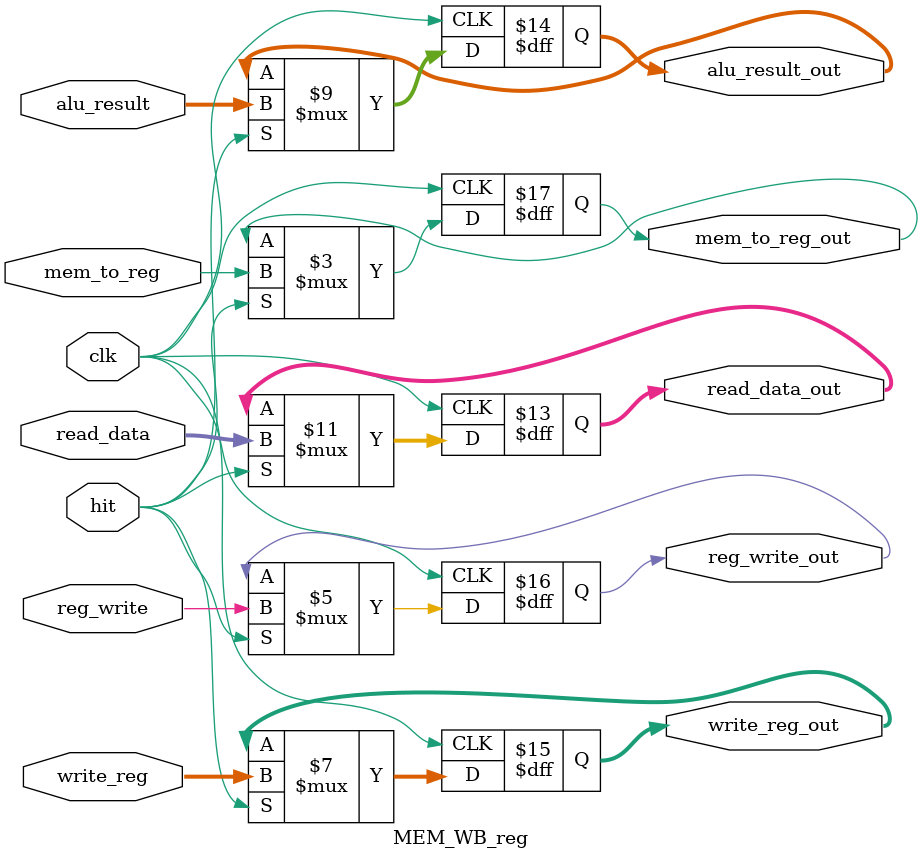
<source format=v>
`timescale 1ns / 1ps

module MEM_WB_reg (
   input clk,
	input hit,
	input [31:0] read_data,
	input [31:0] alu_result,
	input [ 4:0] write_reg,
	input reg_write,
	input mem_to_reg,
	
	output reg [31:0] read_data_out,
	output reg [31:0] alu_result_out,
	output reg [ 4:0] write_reg_out,
	output reg reg_write_out,
	output reg mem_to_reg_out
	);
	
	always @(negedge clk) begin
		if (hit == 1'b1) begin
			read_data_out <= read_data;
			alu_result_out <= alu_result;
			write_reg_out <= write_reg;
			reg_write_out <= reg_write;
			mem_to_reg_out <= mem_to_reg;
		end
	end

endmodule
</source>
